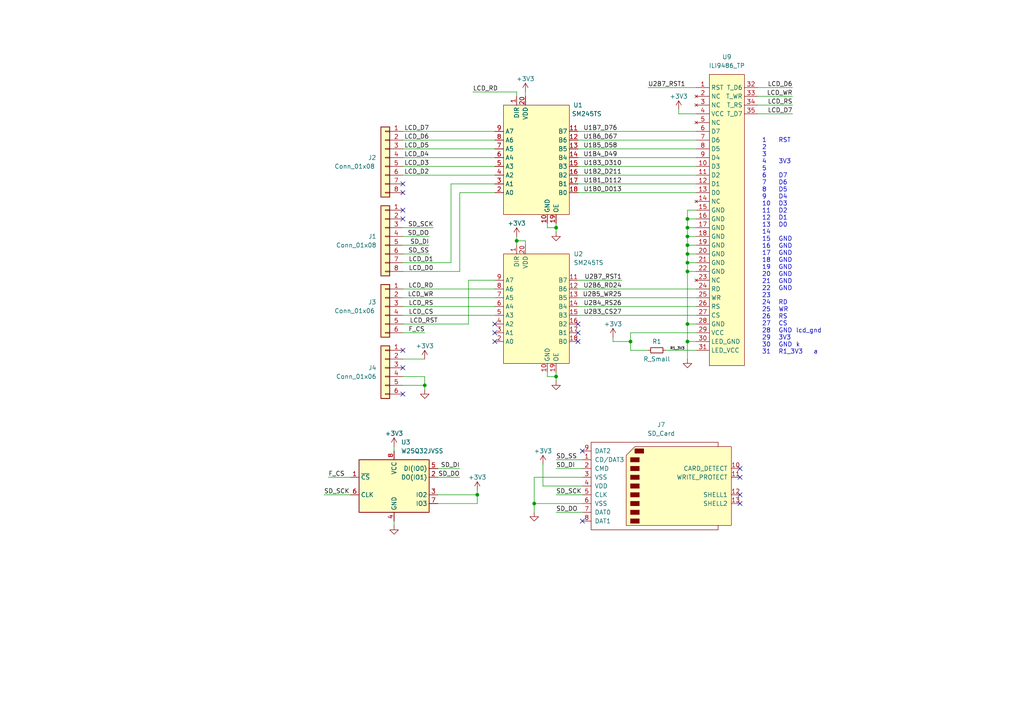
<source format=kicad_sch>
(kicad_sch (version 20211123) (generator eeschema)
  (paper "A4")
  (lib_symbols
    (symbol "Connector:SD_Card" (pin_names (offset 1.016))
      (property "Reference" "J" (at -16.51 13.97 0))
      (property "Value" "SD_Card" (at 15.24 -13.97 0))
      (symbol "SD_Card_0_1"
        (rectangle (start -8.89 -9.525) (end -6.35 -10.795) (fill (type outline)))
        (rectangle (start -8.89 -6.985) (end -6.35 -8.255) (fill (type outline)))
        (rectangle (start -8.89 -4.445) (end -6.35 -5.715) (fill (type outline)))
        (rectangle (start -8.89 -1.905) (end -6.35 -3.175) (fill (type outline)))
        (rectangle (start -8.89 0.635) (end -6.35 -0.635) (fill (type outline)))
        (rectangle (start -8.89 3.175) (end -6.35 1.905) (fill (type outline)))
        (rectangle (start -8.89 5.715) (end -6.35 4.445) (fill (type outline)))
        (rectangle (start -8.89 8.255) (end -6.35 6.985) (fill (type outline)))
        (rectangle (start -7.62 10.795) (end -5.08 9.525) (fill (type outline)))
        (polyline (pts (xy -10.16 8.89) (xy -7.62 11.43) (xy 20.32 11.43) (xy 20.32 -11.43) (xy -10.16 -11.43) (xy -10.16 8.89)) (fill (type background)))
        (polyline (pts (xy 16.51 11.43) (xy 16.51 12.7) (xy -20.32 12.7) (xy -20.32 -12.7) (xy 16.51 -12.7) (xy 16.51 -11.43)))
      )
      (symbol "SD_Card_1_1"
        (pin input line (at -22.86 7.62 0) (length 2.54) (name "CD/DAT3") (number "1"))
        (pin input line (at 22.86 5.08 180) (length 2.54) (name "CARD_DETECT") (number "10"))
        (pin input line (at 22.86 2.54 180) (length 2.54) (name "WRITE_PROTECT") (number "11"))
        (pin input line (at 22.86 -2.54 180) (length 2.54) (name "SHELL1") (number "12"))
        (pin input line (at 22.86 -5.08 180) (length 2.54) (name "SHELL2") (number "13"))
        (pin input line (at -22.86 5.08 0) (length 2.54) (name "CMD") (number "2"))
        (pin power_in line (at -22.86 2.54 0) (length 2.54) (name "VSS") (number "3"))
        (pin power_in line (at -22.86 0 0) (length 2.54) (name "VDD") (number "4"))
        (pin input line (at -22.86 -2.54 0) (length 2.54) (name "CLK") (number "5"))
        (pin power_in line (at -22.86 -5.08 0) (length 2.54) (name "VSS") (number "6"))
        (pin input line (at -22.86 -7.62 0) (length 2.54) (name "DAT0") (number "7"))
        (pin input line (at -22.86 -10.16 0) (length 2.54) (name "DAT1") (number "8"))
        (pin input line (at -22.86 10.16 0) (length 2.54) (name "DAT2") (number "9"))
      )
    )
    (symbol "Connector_Generic:Conn_01x06" (pin_names (offset 1.016) hide)
      (property "Reference" "J" (at 0 7.62 0))
      (property "Value" "Conn_01x06" (at 0 -10.16 0))
      (symbol "Conn_01x06_1_1"
        (rectangle (start -1.27 -7.493) (end 0 -7.747) (stroke (width 0.1524)))
        (rectangle (start -1.27 -4.953) (end 0 -5.207) (stroke (width 0.1524)))
        (rectangle (start -1.27 -2.413) (end 0 -2.667) (stroke (width 0.1524)))
        (rectangle (start -1.27 0.127) (end 0 -0.127) (stroke (width 0.1524)))
        (rectangle (start -1.27 2.667) (end 0 2.413) (stroke (width 0.1524)))
        (rectangle (start -1.27 5.207) (end 0 4.953) (stroke (width 0.1524)))
        (rectangle (start -1.27 6.35) (end 1.27 -8.89) (stroke (width 0.254)) (fill (type background)))
        (pin passive line (at -5.08 5.08 0) (length 3.81) (name "Pin_1") (number "1"))
        (pin passive line (at -5.08 2.54 0) (length 3.81) (name "Pin_2") (number "2"))
        (pin passive line (at -5.08 0 0) (length 3.81) (name "Pin_3") (number "3"))
        (pin passive line (at -5.08 -2.54 0) (length 3.81) (name "Pin_4") (number "4"))
        (pin passive line (at -5.08 -5.08 0) (length 3.81) (name "Pin_5") (number "5"))
        (pin passive line (at -5.08 -7.62 0) (length 3.81) (name "Pin_6") (number "6"))
      )
    )
    (symbol "Connector_Generic:Conn_01x08" (pin_names (offset 1.016) hide)
      (property "Reference" "J" (at 0 10.16 0))
      (property "Value" "Conn_01x08" (at 0 -12.7 0))
      (symbol "Conn_01x08_1_1"
        (rectangle (start -1.27 -10.033) (end 0 -10.287) (stroke (width 0.1524)))
        (rectangle (start -1.27 -7.493) (end 0 -7.747) (stroke (width 0.1524)))
        (rectangle (start -1.27 -4.953) (end 0 -5.207) (stroke (width 0.1524)))
        (rectangle (start -1.27 -2.413) (end 0 -2.667) (stroke (width 0.1524)))
        (rectangle (start -1.27 0.127) (end 0 -0.127) (stroke (width 0.1524)))
        (rectangle (start -1.27 2.667) (end 0 2.413) (stroke (width 0.1524)))
        (rectangle (start -1.27 5.207) (end 0 4.953) (stroke (width 0.1524)))
        (rectangle (start -1.27 7.747) (end 0 7.493) (stroke (width 0.1524)))
        (rectangle (start -1.27 8.89) (end 1.27 -11.43) (stroke (width 0.254)) (fill (type background)))
        (pin passive line (at -5.08 7.62 0) (length 3.81) (name "Pin_1") (number "1"))
        (pin passive line (at -5.08 5.08 0) (length 3.81) (name "Pin_2") (number "2"))
        (pin passive line (at -5.08 2.54 0) (length 3.81) (name "Pin_3") (number "3"))
        (pin passive line (at -5.08 0 0) (length 3.81) (name "Pin_4") (number "4"))
        (pin passive line (at -5.08 -2.54 0) (length 3.81) (name "Pin_5") (number "5"))
        (pin passive line (at -5.08 -5.08 0) (length 3.81) (name "Pin_6") (number "6"))
        (pin passive line (at -5.08 -7.62 0) (length 3.81) (name "Pin_7") (number "7"))
        (pin passive line (at -5.08 -10.16 0) (length 3.81) (name "Pin_8") (number "8"))
      )
    )
    (symbol "Device:R_Small" (pin_numbers hide) (pin_names (offset 0.254) hide)
      (property "Reference" "R" (at 0.762 0.508 0))
      (property "Value" "R_Small" (at 0.762 -1.016 0))
      (symbol "R_Small_0_1"
        (rectangle (start -0.762 1.778) (end 0.762 -1.778) (stroke (width 0.2032)))
      )
      (symbol "R_Small_1_1"
        (pin passive line (at 0 2.54 270) (length 0.762) (name "~") (number "1"))
        (pin passive line (at 0 -2.54 90) (length 0.762) (name "~") (number "2"))
      )
    )
    (symbol "Memory_Flash:W25Q32JVSS"
      (property "Reference" "U" (at -8.89 8.89 0))
      (property "Value" "W25Q32JVSS" (at 7.62 8.89 0))
      (symbol "W25Q32JVSS_0_1"
        (rectangle (start -10.16 7.62) (end 10.16 -7.62) (stroke (width 0.254)) (fill (type background)))
      )
      (symbol "W25Q32JVSS_1_1"
        (pin input line (at -12.7 2.54 0) (length 2.54) (name "~{CS}") (number "1"))
        (pin bidirectional line (at 12.7 2.54 180) (length 2.54) (name "DO(IO1)") (number "2"))
        (pin bidirectional line (at 12.7 -2.54 180) (length 2.54) (name "IO2") (number "3"))
        (pin power_in line (at 0 -10.16 90) (length 2.54) (name "GND") (number "4"))
        (pin bidirectional line (at 12.7 5.08 180) (length 2.54) (name "DI(IO0)") (number "5"))
        (pin input line (at -12.7 -2.54 0) (length 2.54) (name "CLK") (number "6"))
        (pin bidirectional line (at 12.7 -5.08 180) (length 2.54) (name "IO3") (number "7"))
        (pin power_in line (at 0 10.16 270) (length 2.54) (name "VCC") (number "8"))
      )
    )
    (symbol "My_Library:ILI9486_TP"
      (property "Reference" "U" (at 0 8.89 0))
      (property "Value" "ILI9486_TP" (at 0 6.35 0))
      (symbol "ILI9486_TP_0_1"
        (rectangle (start -5.08 3.81) (end 5.08 -80.645) (fill (type background)))
      )
      (symbol "ILI9486_TP_1_1"
        (pin output line (at -8.89 0 0) (length 3.81) (name "RST") (number "1"))
        (pin bidirectional line (at -8.89 -22.86 0) (length 3.81) (name "D3") (number "10"))
        (pin bidirectional line (at -8.89 -25.4 0) (length 3.81) (name "D2") (number "11"))
        (pin bidirectional line (at -8.89 -27.94 0) (length 3.81) (name "D1") (number "12"))
        (pin bidirectional line (at -8.89 -30.48 0) (length 3.81) (name "D0") (number "13"))
        (pin no_connect line (at -8.89 -33.02 0) (length 3.81) (name "NC") (number "14"))
        (pin power_out line (at -8.89 -35.56 0) (length 3.81) (name "GND") (number "15"))
        (pin power_out line (at -8.89 -38.1 0) (length 3.81) (name "GND") (number "16"))
        (pin power_out line (at -8.89 -40.64 0) (length 3.81) (name "GND") (number "17"))
        (pin power_out line (at -8.89 -43.18 0) (length 3.81) (name "GND") (number "18"))
        (pin power_out line (at -8.89 -45.72 0) (length 3.81) (name "GND") (number "19"))
        (pin no_connect line (at -8.89 -2.54 0) (length 3.81) (name "NC") (number "2"))
        (pin power_out line (at -8.89 -48.26 0) (length 3.81) (name "GND") (number "20"))
        (pin power_out line (at -8.89 -50.8 0) (length 3.81) (name "GND") (number "21"))
        (pin power_out line (at -8.89 -53.34 0) (length 3.81) (name "GND") (number "22"))
        (pin no_connect line (at -8.89 -55.88 0) (length 3.81) (name "NC") (number "23"))
        (pin bidirectional line (at -8.89 -58.42 0) (length 3.81) (name "RD") (number "24"))
        (pin bidirectional line (at -8.89 -60.96 0) (length 3.81) (name "WR") (number "25"))
        (pin bidirectional line (at -8.89 -63.5 0) (length 3.81) (name "RS") (number "26"))
        (pin bidirectional line (at -8.89 -66.04 0) (length 3.81) (name "CS") (number "27"))
        (pin power_out line (at -8.89 -68.58 0) (length 3.81) (name "GND") (number "28"))
        (pin power_in line (at -8.89 -71.12 0) (length 3.81) (name "VCC") (number "29"))
        (pin no_connect line (at -8.89 -5.08 0) (length 3.81) (name "NC") (number "3"))
        (pin power_out line (at -8.89 -73.66 0) (length 3.81) (name "LED_GND") (number "30"))
        (pin power_in line (at -8.89 -76.2 0) (length 3.81) (name "LED_VCC") (number "31"))
        (pin bidirectional line (at 8.89 0 180) (length 3.81) (name "T_D6") (number "32"))
        (pin bidirectional line (at 8.89 -2.54 180) (length 3.81) (name "T_WR") (number "33"))
        (pin bidirectional line (at 8.89 -5.08 180) (length 3.81) (name "T_RS") (number "34"))
        (pin bidirectional line (at 8.89 -7.62 180) (length 3.81) (name "T_D7") (number "35"))
        (pin power_in line (at -8.89 -7.62 0) (length 3.81) (name "VCC") (number "4"))
        (pin no_connect line (at -8.89 -10.16 0) (length 3.81) (name "NC") (number "5"))
        (pin bidirectional line (at -8.89 -12.7 0) (length 3.81) (name "D7") (number "6"))
        (pin bidirectional line (at -8.89 -15.24 0) (length 3.81) (name "D6") (number "7"))
        (pin bidirectional line (at -8.89 -17.78 0) (length 3.81) (name "D5") (number "8"))
        (pin bidirectional line (at -8.89 -20.32 0) (length 3.81) (name "D4") (number "9"))
      )
    )
    (symbol "My_Library:SM245TS"
      (property "Reference" "U" (at 0 49.53 0))
      (property "Value" "SM245TS" (at 0 49.53 0))
      (symbol "SM245TS_0_1"
        (rectangle (start -8.89 15.24) (end 10.16 -16.51) (fill (type background)))
      )
      (symbol "SM245TS_1_1"
        (pin power_in line (at -5.08 17.78 270) (length 2.54) (name "DIR") (number "1"))
        (pin power_out line (at 3.81 -19.05 90) (length 2.54) (name "GND") (number "10"))
        (pin input line (at 12.7 7.62 180) (length 2.54) (name "B7") (number "11"))
        (pin input line (at 12.7 5.08 180) (length 2.54) (name "B6") (number "12"))
        (pin input line (at 12.7 2.54 180) (length 2.54) (name "B5") (number "13"))
        (pin input line (at 12.7 0 180) (length 2.54) (name "B4") (number "14"))
        (pin input line (at 12.7 -2.54 180) (length 2.54) (name "B3") (number "15"))
        (pin input line (at 12.7 -5.08 180) (length 2.54) (name "B2") (number "16"))
        (pin input line (at 12.7 -7.62 180) (length 2.54) (name "B1") (number "17"))
        (pin input line (at 12.7 -10.16 180) (length 2.54) (name "B0") (number "18"))
        (pin output line (at 6.35 -19.05 90) (length 2.54) (name "OE") (number "19"))
        (pin input line (at -11.43 -10.16 0) (length 2.54) (name "A0") (number "2"))
        (pin power_in line (at -2.54 17.78 270) (length 2.54) (name "VDD") (number "20"))
        (pin input line (at -11.43 -7.62 0) (length 2.54) (name "A1") (number "3"))
        (pin input line (at -11.43 -5.08 0) (length 2.54) (name "A2") (number "4"))
        (pin input line (at -11.43 -2.54 0) (length 2.54) (name "A3") (number "5"))
        (pin input line (at -11.43 0 0) (length 2.54) (name "A4") (number "6"))
        (pin input line (at -11.43 2.54 0) (length 2.54) (name "A5") (number "7"))
        (pin input line (at -11.43 5.08 0) (length 2.54) (name "A6") (number "8"))
        (pin input line (at -11.43 7.62 0) (length 2.54) (name "A7") (number "9"))
      )
    )
    (symbol "SM245TS_1"
      (property "Reference" "U" (at 0 49.53 0))
      (property "Value" "SM245TS_1" (at 0 49.53 0))
      (symbol "SM245TS_1_0_1"
        (rectangle (start -8.89 15.24) (end 10.16 -16.51) (fill (type background)))
      )
      (symbol "SM245TS_1_1_1"
        (pin power_in line (at -5.08 17.78 270) (length 2.54) (name "DIR") (number "1"))
        (pin power_out line (at 3.81 -19.05 90) (length 2.54) (name "GND") (number "10"))
        (pin input line (at 12.7 7.62 180) (length 2.54) (name "B7") (number "11"))
        (pin input line (at 12.7 5.08 180) (length 2.54) (name "B6") (number "12"))
        (pin input line (at 12.7 2.54 180) (length 2.54) (name "B5") (number "13"))
        (pin input line (at 12.7 0 180) (length 2.54) (name "B4") (number "14"))
        (pin input line (at 12.7 -2.54 180) (length 2.54) (name "B3") (number "15"))
        (pin input line (at 12.7 -5.08 180) (length 2.54) (name "B2") (number "16"))
        (pin input line (at 12.7 -7.62 180) (length 2.54) (name "B1") (number "17"))
        (pin input line (at 12.7 -10.16 180) (length 2.54) (name "B0") (number "18"))
        (pin output line (at 6.35 -19.05 90) (length 2.54) (name "OE") (number "19"))
        (pin input line (at -11.43 -10.16 0) (length 2.54) (name "A0") (number "2"))
        (pin power_in line (at -2.54 17.78 270) (length 2.54) (name "VDD") (number "20"))
        (pin input line (at -11.43 -7.62 0) (length 2.54) (name "A1") (number "3"))
        (pin input line (at -11.43 -5.08 0) (length 2.54) (name "A2") (number "4"))
        (pin input line (at -11.43 -2.54 0) (length 2.54) (name "A3") (number "5"))
        (pin input line (at -11.43 0 0) (length 2.54) (name "A4") (number "6"))
        (pin input line (at -11.43 2.54 0) (length 2.54) (name "A5") (number "7"))
        (pin input line (at -11.43 5.08 0) (length 2.54) (name "A6") (number "8"))
        (pin input line (at -11.43 7.62 0) (length 2.54) (name "A7") (number "9"))
      )
    )
    (symbol "power:+3V3" (power) (pin_names (offset 0))
      (property "Value" "+3V3" (at 0 3.556 0))
      (symbol "+3V3_0_1"
        (polyline (pts (xy -0.762 1.27) (xy 0 2.54)))
        (polyline (pts (xy 0 0) (xy 0 2.54)))
        (polyline (pts (xy 0 2.54) (xy 0.762 1.27)))
      )
      (symbol "+3V3_1_1"
        (pin power_in line (at 0 0 90) (length 0) hide (name "+3V3") (number "1"))
      )
    )
    (symbol "power:GND" (power) (pin_names (offset 0))
      (property "Value" "GND" (at 0 -3.81 0))
      (symbol "GND_0_1"
        (polyline (pts (xy 0 0) (xy 0 -1.27) (xy 1.27 -1.27) (xy 0 -2.54) (xy -1.27 -1.27) (xy 0 -1.27)))
      )
      (symbol "GND_1_1"
        (pin power_in line (at 0 0 270) (length 0) hide (name "GND") (number "1"))
      )
    )
  )
  (junction (at 161.29 66.04))
  (junction (at 154.94 146.05))
  (junction (at 199.39 78.74))
  (junction (at 199.39 71.12))
  (junction (at 149.86 69.85))
  (junction (at 199.39 93.98))
  (junction (at 199.39 63.5))
  (junction (at 199.39 76.2))
  (junction (at 182.88 99.06))
  (junction (at 199.39 68.58))
  (junction (at 199.39 66.04))
  (junction (at 138.43 143.51))
  (junction (at 199.39 73.66))
  (junction (at 161.29 109.22))
  (junction (at 123.19 111.76))
  (junction (at 199.39 99.06))
  (no_connect (at 116.84 114.3))
  (no_connect (at 116.84 106.68))
  (no_connect (at 143.51 93.98))
  (no_connect (at 143.51 96.52))
  (no_connect (at 143.51 99.06))
  (no_connect (at 167.64 93.98))
  (no_connect (at 167.64 96.52))
  (no_connect (at 167.64 99.06))
  (no_connect (at 168.91 130.81))
  (no_connect (at 168.91 151.13))
  (no_connect (at 116.84 53.34))
  (no_connect (at 116.84 101.6))
  (no_connect (at 214.63 135.89))
  (no_connect (at 214.63 138.43))
  (no_connect (at 214.63 143.51))
  (no_connect (at 214.63 146.05))
  (no_connect (at 116.84 60.96))
  (no_connect (at 116.84 63.5))
  (no_connect (at 116.84 55.88))
  (wire (pts (xy 161.29 135.89) (xy 168.91 135.89)))
  (wire (pts (xy 167.64 50.8) (xy 201.93 50.8)))
  (wire (pts (xy 199.39 78.74) (xy 199.39 93.98)))
  (wire (pts (xy 199.39 63.5) (xy 199.39 66.04)))
  (wire (pts (xy 161.29 107.95) (xy 161.29 109.22)))
  (wire (pts (xy 177.8 97.79) (xy 177.8 99.06)))
  (wire (pts (xy 199.39 73.66) (xy 199.39 76.2)))
  (wire (pts (xy 116.84 43.18) (xy 143.51 43.18)))
  (wire (pts (xy 167.64 53.34) (xy 201.93 53.34)))
  (wire (pts (xy 143.51 55.88) (xy 133.35 55.88)))
  (wire (pts (xy 116.84 48.26) (xy 143.51 48.26)))
  (wire (pts (xy 161.29 133.35) (xy 168.91 133.35)))
  (wire (pts (xy 229.87 33.02) (xy 219.71 33.02)))
  (wire (pts (xy 116.84 40.64) (xy 143.51 40.64)))
  (wire (pts (xy 199.39 93.98) (xy 199.39 99.06)))
  (wire (pts (xy 161.29 143.51) (xy 168.91 143.51)))
  (wire (pts (xy 127 138.43) (xy 133.35 138.43)))
  (wire (pts (xy 123.19 109.22) (xy 123.19 111.76)))
  (wire (pts (xy 116.84 71.12) (xy 124.46 71.12)))
  (wire (pts (xy 116.84 73.66) (xy 124.46 73.66)))
  (wire (pts (xy 116.84 66.04) (xy 125.73 66.04)))
  (wire (pts (xy 168.91 138.43) (xy 154.94 138.43)))
  (wire (pts (xy 135.89 93.98) (xy 135.89 81.28)))
  (wire (pts (xy 199.39 68.58) (xy 199.39 71.12)))
  (wire (pts (xy 116.84 50.8) (xy 143.51 50.8)))
  (wire (pts (xy 152.4 69.85) (xy 149.86 69.85)))
  (wire (pts (xy 199.39 71.12) (xy 199.39 73.66)))
  (wire (pts (xy 123.19 111.76) (xy 123.19 113.03)))
  (wire (pts (xy 161.29 64.77) (xy 161.29 66.04)))
  (wire (pts (xy 116.84 88.9) (xy 143.51 88.9)))
  (wire (pts (xy 201.93 68.58) (xy 199.39 68.58)))
  (wire (pts (xy 201.93 63.5) (xy 199.39 63.5)))
  (wire (pts (xy 201.93 78.74) (xy 199.39 78.74)))
  (wire (pts (xy 116.84 86.36) (xy 143.51 86.36)))
  (wire (pts (xy 201.93 71.12) (xy 199.39 71.12)))
  (wire (pts (xy 116.84 38.1) (xy 143.51 38.1)))
  (wire (pts (xy 167.64 48.26) (xy 201.93 48.26)))
  (wire (pts (xy 201.93 60.96) (xy 199.39 60.96)))
  (wire (pts (xy 199.39 66.04) (xy 199.39 68.58)))
  (wire (pts (xy 130.81 53.34) (xy 130.81 76.2)))
  (wire (pts (xy 152.4 26.67) (xy 152.4 27.94)))
  (wire (pts (xy 161.29 109.22) (xy 158.75 109.22)))
  (wire (pts (xy 93.98 143.51) (xy 101.6 143.51)))
  (wire (pts (xy 177.8 99.06) (xy 182.88 99.06)))
  (wire (pts (xy 127 135.89) (xy 133.35 135.89)))
  (wire (pts (xy 138.43 146.05) (xy 138.43 143.51)))
  (wire (pts (xy 116.84 45.72) (xy 143.51 45.72)))
  (wire (pts (xy 116.84 104.14) (xy 123.19 104.14)))
  (wire (pts (xy 149.86 68.58) (xy 149.86 69.85)))
  (wire (pts (xy 167.64 88.9) (xy 201.93 88.9)))
  (wire (pts (xy 168.91 146.05) (xy 154.94 146.05)))
  (wire (pts (xy 161.29 148.59) (xy 168.91 148.59)))
  (wire (pts (xy 161.29 110.49) (xy 161.29 109.22)))
  (wire (pts (xy 229.87 30.48) (xy 219.71 30.48)))
  (wire (pts (xy 193.04 101.6) (xy 201.93 101.6)))
  (wire (pts (xy 135.89 81.28) (xy 143.51 81.28)))
  (wire (pts (xy 114.3 151.13) (xy 114.3 152.4)))
  (wire (pts (xy 167.64 86.36) (xy 201.93 86.36)))
  (wire (pts (xy 154.94 138.43) (xy 154.94 146.05)))
  (wire (pts (xy 157.48 140.97) (xy 157.48 134.62)))
  (wire (pts (xy 201.93 73.66) (xy 199.39 73.66)))
  (wire (pts (xy 161.29 66.04) (xy 161.29 67.31)))
  (wire (pts (xy 154.94 146.05) (xy 154.94 148.59)))
  (wire (pts (xy 116.84 78.74) (xy 133.35 78.74)))
  (wire (pts (xy 229.87 27.94) (xy 219.71 27.94)))
  (wire (pts (xy 149.86 69.85) (xy 149.86 71.12)))
  (wire (pts (xy 201.93 76.2) (xy 199.39 76.2)))
  (wire (pts (xy 201.93 99.06) (xy 199.39 99.06)))
  (wire (pts (xy 143.51 53.34) (xy 130.81 53.34)))
  (wire (pts (xy 167.64 43.18) (xy 201.93 43.18)))
  (wire (pts (xy 199.39 99.06) (xy 199.39 104.14)))
  (wire (pts (xy 158.75 109.22) (xy 158.75 107.95)))
  (wire (pts (xy 116.84 96.52) (xy 123.19 96.52)))
  (wire (pts (xy 167.64 81.28) (xy 180.34 81.28)))
  (wire (pts (xy 199.39 60.96) (xy 199.39 63.5)))
  (wire (pts (xy 167.64 45.72) (xy 201.93 45.72)))
  (wire (pts (xy 130.81 76.2) (xy 116.84 76.2)))
  (wire (pts (xy 138.43 143.51) (xy 127 143.51)))
  (wire (pts (xy 167.64 83.82) (xy 201.93 83.82)))
  (wire (pts (xy 229.87 25.4) (xy 219.71 25.4)))
  (wire (pts (xy 201.93 66.04) (xy 199.39 66.04)))
  (wire (pts (xy 201.93 93.98) (xy 199.39 93.98)))
  (wire (pts (xy 116.84 93.98) (xy 135.89 93.98)))
  (wire (pts (xy 116.84 91.44) (xy 143.51 91.44)))
  (wire (pts (xy 182.88 96.52) (xy 201.93 96.52)))
  (wire (pts (xy 127 146.05) (xy 138.43 146.05)))
  (wire (pts (xy 95.25 138.43) (xy 101.6 138.43)))
  (wire (pts (xy 116.84 109.22) (xy 123.19 109.22)))
  (wire (pts (xy 182.88 96.52) (xy 182.88 99.06)))
  (wire (pts (xy 161.29 66.04) (xy 158.75 66.04)))
  (wire (pts (xy 116.84 111.76) (xy 123.19 111.76)))
  (wire (pts (xy 133.35 55.88) (xy 133.35 78.74)))
  (wire (pts (xy 149.86 26.67) (xy 149.86 27.94)))
  (wire (pts (xy 116.84 83.82) (xy 143.51 83.82)))
  (wire (pts (xy 138.43 142.24) (xy 138.43 143.51)))
  (wire (pts (xy 199.39 76.2) (xy 199.39 78.74)))
  (wire (pts (xy 158.75 66.04) (xy 158.75 64.77)))
  (wire (pts (xy 114.3 129.54) (xy 114.3 130.81)))
  (wire (pts (xy 168.91 140.97) (xy 157.48 140.97)))
  (wire (pts (xy 187.96 101.6) (xy 182.88 101.6)))
  (wire (pts (xy 187.96 25.4) (xy 201.93 25.4)))
  (wire (pts (xy 152.4 69.85) (xy 152.4 71.12)))
  (wire (pts (xy 182.88 99.06) (xy 182.88 101.6)))
  (wire (pts (xy 167.64 38.1) (xy 201.93 38.1)))
  (wire (pts (xy 167.64 40.64) (xy 201.93 40.64)))
  (wire (pts (xy 196.85 31.75) (xy 196.85 33.02)))
  (wire (pts (xy 137.16 26.67) (xy 149.86 26.67)))
  (wire (pts (xy 167.64 55.88) (xy 201.93 55.88)))
  (wire (pts (xy 196.85 33.02) (xy 201.93 33.02)))
  (wire (pts (xy 116.84 68.58) (xy 124.46 68.58)))
  (wire (pts (xy 167.64 91.44) (xy 201.93 91.44)))
  (text "1	RST	\n2		\n3		\n4	3V3	\n5		\n6	D7	\n7	D6	\n8	D5	\n9	D4	\n10	D3	\n11	D2	\n12	D1	\n13	D0	\n14		\n15	GND	\n16	GND	\n17	GND	\n18	GND	\n19	GND	\n20	GND	\n21	GND	\n22	GND	\n23		\n24	RD	\n25	WR	\n26	RS	\n27	CS	\n28	GND	lcd_gnd\n29	3V3	\n30	GND	k\n31	R1_3V3	a" (at 220.98 102.87 0) (effects (font (size 1.27 1.27)) (justify left bottom)))
  (label "U1B1_D112" (at 180.34 53.34 180))
  (label "LCD_D0" (at 125.73 78.74 180))
  (label "SD_DO" (at 161.29 148.59 0))
  (label "LCD_D2" (at 124.46 50.8 180))
  (label "LCD_D6" (at 124.46 40.64 180))
  (label "SD_SS" (at 124.46 73.66 180))
  (label "LCD_RD" (at 125.73 83.82 180))
  (label "SD_DI" (at 133.35 135.89 180))
  (label "U2B5_WR25" (at 180.34 86.36 180))
  (label "SD_DO" (at 133.35 138.43 180))
  (label "U2B7_RST1" (at 180.34 81.28 180))
  (label "R1_3V3" (at 194.31 101.6 0) (effects (font (size 0.75 0.75))))
  (label "U1B6_D67" (at 179.07 40.64 180))
  (label "U2B4_RS26" (at 180.34 88.9 180))
  (label "U1B3_D310" (at 180.34 48.26 180))
  (label "LCD_D7" (at 124.46 38.1 180))
  (label "U2B7_RST1" (at 187.96 25.4 0))
  (label "U2B6_RD24" (at 180.34 83.82 180))
  (label "LCD_D4" (at 124.46 45.72 180))
  (label "LCD_D6" (at 229.87 25.4 180))
  (label "LCD_RS" (at 229.87 30.48 180))
  (label "U1B7_D76" (at 179.07 38.1 180))
  (label "SD_DI" (at 124.46 71.12 180))
  (label "SD_SCK" (at 161.29 143.51 0))
  (label "U1B5_D58" (at 179.07 43.18 180))
  (label "LCD_RST" (at 127 93.98 180))
  (label "F_CS" (at 123.19 96.52 180))
  (label "U1B0_D013" (at 180.34 55.88 180))
  (label "LCD_D1" (at 125.73 76.2 180))
  (label "U1B4_D49" (at 179.07 45.72 180))
  (label "LCD_CS" (at 125.73 91.44 180))
  (label "SD_SCK" (at 93.98 143.51 0))
  (label "SD_SS" (at 161.29 133.35 0))
  (label "SD_SCK" (at 125.73 66.04 180))
  (label "LCD_WR" (at 125.73 86.36 180))
  (label "LCD_D5" (at 124.46 43.18 180))
  (label "SD_DO" (at 124.46 68.58 180))
  (label "LCD_RS" (at 125.73 88.9 180))
  (label "LCD_D3" (at 124.46 48.26 180))
  (label "LCD_D7" (at 229.87 33.02 180))
  (label "U2B3_CS27" (at 180.34 91.44 180))
  (label "LCD_WR" (at 229.87 27.94 180))
  (label "U1B2_D211" (at 180.34 50.8 180))
  (label "LCD_RD" (at 137.16 26.67 0))
  (label "F_CS" (at 95.25 138.43 0))
  (label "SD_DI" (at 161.29 135.89 0))
  (symbol (lib_id "power:+3V3") (at 114.3 129.54 0) (unit 1)
    (property "Reference" "#PWR01" (effects hide))
    (property "Value" "+3V3" (at 114.3 125.73 0))
  )
  (symbol (lib_id "Connector_Generic:Conn_01x08") (at 111.76 68.58 0) (mirror y) (unit 1)
    (property "Reference" "J1" (at 109.22 68.5799 0) (effects (justify left)))
    (property "Value" "Conn_01x08" (at 109.22 71.1199 0) (effects (justify left)))
    (property "Footprint" "Connector_PinHeader_2.54mm:PinHeader_1x08_P2.54mm_Vertical" (effects hide))
  )
  (symbol (lib_id "Connector_Generic:Conn_01x08") (at 111.76 45.72 0) (mirror y) (unit 1)
    (property "Reference" "J2" (at 107.95 45.72 0))
    (property "Value" "Conn_01x08" (at 102.87 48.26 0))
    (property "Footprint" "Connector_PinHeader_2.54mm:PinHeader_1x08_P2.54mm_Vertical" (effects hide))
  )
  (symbol (lib_id "power:GND") (at 199.39 104.14 0) (unit 1)
    (property "Reference" "#PWR0101" (effects hide))
    (property "Value" "GND" (effects hide))
  )
  (symbol (lib_id "power:GND") (at 161.29 67.31 0) (unit 1)
    (property "Reference" "#PWR010" (effects hide))
    (property "Value" "GND" (effects hide))
  )
  (symbol (lib_id "Connector_Generic:Conn_01x06") (at 111.76 106.68 0) (mirror y) (unit 1)
    (property "Reference" "J4" (at 109.22 106.6799 0) (effects (justify left)))
    (property "Value" "Conn_01x06" (at 109.22 109.2199 0) (effects (justify left)))
    (property "Footprint" "Connector_PinHeader_2.54mm:PinHeader_1x06_P2.54mm_Vertical" (effects hide))
  )
  (symbol (lib_id "Device:R_Small") (at 190.5 101.6 90) (unit 1)
    (property "Reference" "R1" (at 190.5 99.06 90))
    (property "Value" "R_Small" (at 190.5 104.14 90))
    (property "Footprint" "TL_Library:R_0402_TL" (effects hide))
  )
  (symbol (lib_id "power:+3V3") (at 138.43 142.24 0) (unit 1)
    (property "Reference" "#PWR05" (effects hide))
    (property "Value" "+3V3" (at 138.43 138.43 0))
  )
  (symbol (lib_id "Connector:SD_Card") (at 191.77 140.97 0) (unit 1)
    (property "Reference" "J7" (at 191.77 123.19 0))
    (property "Value" "SD_Card" (at 191.77 125.73 0))
    (property "Footprint" "TL_Library:MicroSD" (effects hide))
    (property "Datasheet" "http://portal.fciconnect.com/Comergent//fci/drawing/10067847.pdf" (effects hide))
  )
  (symbol (lib_id "power:GND") (at 114.3 152.4 0) (unit 1)
    (property "Reference" "#PWR02" (effects hide))
    (property "Value" "GND" (effects hide))
  )
  (symbol (lib_id "My_Library:ILI9486_TP") (at 210.82 25.4 0) (unit 1)
    (property "Reference" "U9" (at 210.82 16.51 0))
    (property "Value" "ILI9486_TP" (at 210.82 19.05 0))
    (property "Footprint" "TL_Library:ILI9486_31PIN_3.5_inch_with_TP" (effects hide))
  )
  (symbol (lib_id "power:GND") (at 154.94 148.59 0) (unit 1)
    (property "Reference" "#PWR08" (effects hide))
    (property "Value" "GND" (effects hide))
  )
  (symbol (lib_id "power:GND") (at 161.29 110.49 0) (unit 1)
    (property "Reference" "#PWR011" (effects hide))
    (property "Value" "GND" (effects hide))
  )
  (symbol (lib_id "power:+3V3") (at 177.8 97.79 0) (unit 1)
    (property "Reference" "#PWR0102" (effects hide))
    (property "Value" "+3V3" (at 177.8 93.98 0))
  )
  (symbol (lib_id "power:+3V3") (at 123.19 104.14 0) (unit 1)
    (property "Reference" "#PWR03" (effects hide))
    (property "Value" "+3V3" (at 123.19 100.33 0))
  )
  (symbol (lib_id "Connector_Generic:Conn_01x06") (at 111.76 88.9 0) (mirror y) (unit 1)
    (property "Reference" "J3" (at 107.95 87.63 0))
    (property "Value" "Conn_01x06" (at 102.87 90.17 0))
    (property "Footprint" "Connector_PinHeader_2.54mm:PinHeader_1x06_P2.54mm_Vertical" (effects hide))
  )
  (symbol (lib_id "power:GND") (at 123.19 113.03 0) (unit 1)
    (property "Reference" "#PWR04" (effects hide))
    (property "Value" "GND" (effects hide))
  )
  (symbol (lib_name "SM245TS_1") (lib_id "My_Library:SM245TS") (at 154.94 45.72 0) (unit 1)
    (property "Reference" "U1" (at 167.64 30.48 0))
    (property "Value" "SM245TS" (at 170.18 33.02 0))
    (property "Footprint" "Package_SO:TSSOP-20_4.4x6.5mm_P0.65mm" (effects hide))
  )
  (symbol (lib_id "My_Library:SM245TS") (at 154.94 88.9 0) (unit 1)
    (property "Reference" "U2" (at 166.37 73.66 0) (effects (justify left)))
    (property "Value" "SM245TS" (at 166.37 76.2 0) (effects (justify left)))
    (property "Footprint" "Package_SO:TSSOP-20_4.4x6.5mm_P0.65mm" (effects hide))
  )
  (symbol (lib_id "power:+3V3") (at 149.86 68.58 0) (unit 1)
    (property "Reference" "#PWR06" (effects hide))
    (property "Value" "+3V3" (at 149.86 64.77 0))
  )
  (symbol (lib_id "power:+3V3") (at 152.4 26.67 0) (unit 1)
    (property "Reference" "#PWR07" (effects hide))
    (property "Value" "+3V3" (at 152.4 22.86 0))
  )
  (symbol (lib_id "power:+3V3") (at 157.48 134.62 0) (unit 1)
    (property "Reference" "#PWR09" (effects hide))
    (property "Value" "+3V3" (at 157.48 130.81 0))
  )
  (symbol (lib_id "power:+3V3") (at 196.85 31.75 0) (unit 1)
    (property "Reference" "#PWR0103" (effects hide))
    (property "Value" "+3V3" (at 196.85 27.94 0))
  )
  (symbol (lib_id "Memory_Flash:W25Q32JVSS") (at 114.3 140.97 0) (unit 1)
    (property "Reference" "U3" (at 116.3194 128.27 0) (effects (justify left)))
    (property "Value" "W25Q32JVSS" (at 116.3194 130.81 0) (effects (justify left)))
    (property "Footprint" "TL_Library:SOIC-8_5.23x5.23mm_P1.27mm_TL" (effects hide))
    (property "Datasheet" "http://www.winbond.com/resource-files/w25q32jv%20revg%2003272018%20plus.pdf" (effects hide))
  )
)
</source>
